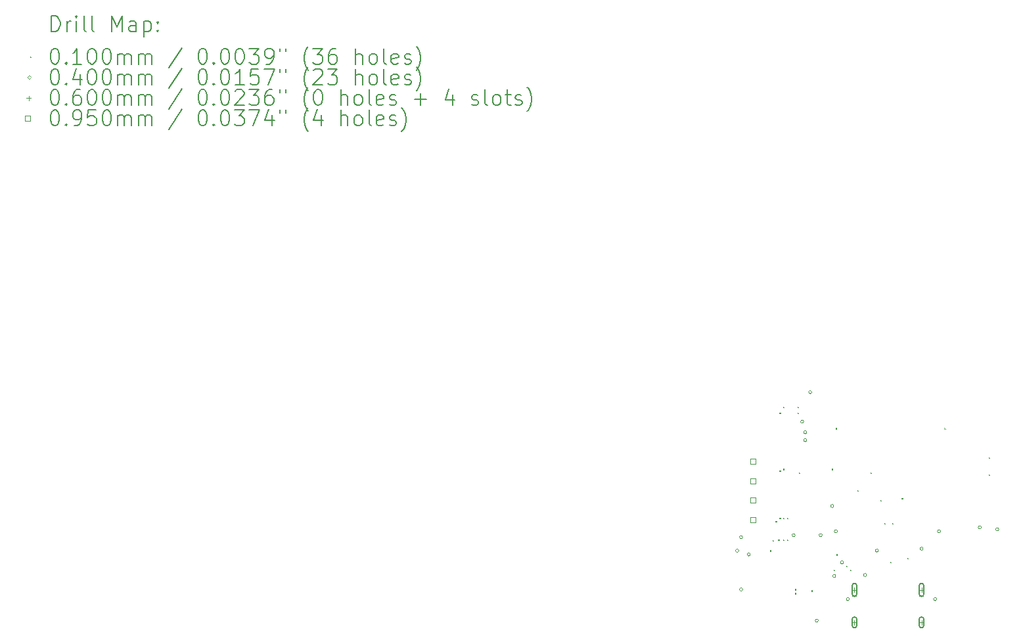
<source format=gbr>
%TF.GenerationSoftware,KiCad,Pcbnew,7.0.6*%
%TF.CreationDate,2025-03-25T12:27:54+01:00*%
%TF.ProjectId,Stepper ESP,53746570-7065-4722-9045-53502e6b6963,rev?*%
%TF.SameCoordinates,Original*%
%TF.FileFunction,Drillmap*%
%TF.FilePolarity,Positive*%
%FSLAX45Y45*%
G04 Gerber Fmt 4.5, Leading zero omitted, Abs format (unit mm)*
G04 Created by KiCad (PCBNEW 7.0.6) date 2025-03-25 12:27:54*
%MOMM*%
%LPD*%
G01*
G04 APERTURE LIST*
%ADD10C,0.200000*%
%ADD11C,0.010000*%
%ADD12C,0.040000*%
%ADD13C,0.060000*%
%ADD14C,0.095000*%
G04 APERTURE END LIST*
D10*
D11*
X9520000Y-6995000D02*
X9530000Y-7005000D01*
X9530000Y-6995000D02*
X9520000Y-7005000D01*
X9553552Y-6861448D02*
X9563552Y-6871448D01*
X9563552Y-6861448D02*
X9553552Y-6871448D01*
X9595000Y-6620000D02*
X9605000Y-6630000D01*
X9605000Y-6620000D02*
X9595000Y-6630000D01*
X9627937Y-6854909D02*
X9637937Y-6864909D01*
X9637937Y-6854909D02*
X9627937Y-6864909D01*
X9645000Y-5220000D02*
X9655000Y-5230000D01*
X9655000Y-5220000D02*
X9645000Y-5230000D01*
X9645000Y-5970000D02*
X9655000Y-5980000D01*
X9655000Y-5970000D02*
X9645000Y-5980000D01*
X9645000Y-6574950D02*
X9655000Y-6584950D01*
X9655000Y-6574950D02*
X9645000Y-6584950D01*
X9695000Y-5145000D02*
X9705000Y-5155000D01*
X9705000Y-5145000D02*
X9695000Y-5155000D01*
X9695000Y-5945000D02*
X9705000Y-5955000D01*
X9705000Y-5945000D02*
X9695000Y-5955000D01*
X9695000Y-6574950D02*
X9705000Y-6584950D01*
X9705000Y-6574950D02*
X9695000Y-6584950D01*
X9695000Y-6854950D02*
X9705000Y-6864950D01*
X9705000Y-6854950D02*
X9695000Y-6864950D01*
X9745000Y-6574950D02*
X9755000Y-6584950D01*
X9755000Y-6574950D02*
X9745000Y-6584950D01*
X9745000Y-6854950D02*
X9755000Y-6864950D01*
X9755000Y-6854950D02*
X9745000Y-6864950D01*
X9845000Y-7495000D02*
X9855000Y-7505000D01*
X9855000Y-7495000D02*
X9845000Y-7505000D01*
X9845000Y-7545000D02*
X9855000Y-7555000D01*
X9855000Y-7545000D02*
X9845000Y-7555000D01*
X9879901Y-5145000D02*
X9889901Y-5155000D01*
X9889901Y-5145000D02*
X9879901Y-5155000D01*
X9879950Y-5220000D02*
X9889950Y-5230000D01*
X9889950Y-5220000D02*
X9879950Y-5230000D01*
X9895000Y-5995000D02*
X9905000Y-6005000D01*
X9905000Y-5995000D02*
X9895000Y-6005000D01*
X10053552Y-7511448D02*
X10063552Y-7521448D01*
X10063552Y-7511448D02*
X10053552Y-7521448D01*
X10320000Y-5945000D02*
X10330000Y-5955000D01*
X10330000Y-5945000D02*
X10320000Y-5955000D01*
X10345000Y-7245000D02*
X10355000Y-7255000D01*
X10355000Y-7245000D02*
X10345000Y-7255000D01*
X10370000Y-5420000D02*
X10380000Y-5430000D01*
X10380000Y-5420000D02*
X10370000Y-5430000D01*
X10380403Y-7045808D02*
X10390403Y-7055808D01*
X10390403Y-7045808D02*
X10380403Y-7055808D01*
X10504950Y-7195000D02*
X10514950Y-7205000D01*
X10514950Y-7195000D02*
X10504950Y-7205000D01*
X10552400Y-7245000D02*
X10562400Y-7255000D01*
X10562400Y-7245000D02*
X10552400Y-7255000D01*
X10645000Y-6220000D02*
X10655000Y-6230000D01*
X10655000Y-6220000D02*
X10645000Y-6230000D01*
X10820000Y-5992450D02*
X10830000Y-6002450D01*
X10830000Y-5992450D02*
X10820000Y-6002450D01*
X10945000Y-6345000D02*
X10955000Y-6355000D01*
X10955000Y-6345000D02*
X10945000Y-6355000D01*
X10995000Y-6645000D02*
X11005000Y-6655000D01*
X11005000Y-6645000D02*
X10995000Y-6655000D01*
X11070000Y-7145000D02*
X11080000Y-7155000D01*
X11080000Y-7145000D02*
X11070000Y-7155000D01*
X11095000Y-6645000D02*
X11105000Y-6655000D01*
X11105000Y-6645000D02*
X11095000Y-6655000D01*
X11220000Y-6320000D02*
X11230000Y-6330000D01*
X11230000Y-6320000D02*
X11220000Y-6330000D01*
X11295000Y-7095000D02*
X11305000Y-7105000D01*
X11305000Y-7095000D02*
X11295000Y-7105000D01*
X11770000Y-5420000D02*
X11780000Y-5430000D01*
X11780000Y-5420000D02*
X11770000Y-5430000D01*
X12345000Y-5795000D02*
X12355000Y-5805000D01*
X12355000Y-5795000D02*
X12345000Y-5805000D01*
X12345000Y-6020000D02*
X12355000Y-6030000D01*
X12355000Y-6020000D02*
X12345000Y-6030000D01*
D12*
X9120000Y-7000000D02*
G75*
G03*
X9120000Y-7000000I-20000J0D01*
G01*
X9170000Y-6825000D02*
G75*
G03*
X9170000Y-6825000I-20000J0D01*
G01*
X9170000Y-7500000D02*
G75*
G03*
X9170000Y-7500000I-20000J0D01*
G01*
X9270000Y-7050000D02*
G75*
G03*
X9270000Y-7050000I-20000J0D01*
G01*
X9847550Y-6800000D02*
G75*
G03*
X9847550Y-6800000I-20000J0D01*
G01*
X9957500Y-5337500D02*
G75*
G03*
X9957500Y-5337500I-20000J0D01*
G01*
X9995000Y-5475000D02*
G75*
G03*
X9995000Y-5475000I-20000J0D01*
G01*
X9996230Y-5576230D02*
G75*
G03*
X9996230Y-5576230I-20000J0D01*
G01*
X10061179Y-4958927D02*
G75*
G03*
X10061179Y-4958927I-20000J0D01*
G01*
X10145000Y-7900000D02*
G75*
G03*
X10145000Y-7900000I-20000J0D01*
G01*
X10195000Y-6800000D02*
G75*
G03*
X10195000Y-6800000I-20000J0D01*
G01*
X10345000Y-6425000D02*
G75*
G03*
X10345000Y-6425000I-20000J0D01*
G01*
X10370000Y-7324950D02*
G75*
G03*
X10370000Y-7324950I-20000J0D01*
G01*
X10391450Y-6750000D02*
G75*
G03*
X10391450Y-6750000I-20000J0D01*
G01*
X10470000Y-7150000D02*
G75*
G03*
X10470000Y-7150000I-20000J0D01*
G01*
X10545000Y-7625000D02*
G75*
G03*
X10545000Y-7625000I-20000J0D01*
G01*
X10767787Y-7313950D02*
G75*
G03*
X10767787Y-7313950I-20000J0D01*
G01*
X10920000Y-7000000D02*
G75*
G03*
X10920000Y-7000000I-20000J0D01*
G01*
X11495000Y-6975000D02*
G75*
G03*
X11495000Y-6975000I-20000J0D01*
G01*
X11670000Y-7625000D02*
G75*
G03*
X11670000Y-7625000I-20000J0D01*
G01*
X11720000Y-6750000D02*
G75*
G03*
X11720000Y-6750000I-20000J0D01*
G01*
X12245000Y-6700000D02*
G75*
G03*
X12245000Y-6700000I-20000J0D01*
G01*
X12470000Y-6725000D02*
G75*
G03*
X12470000Y-6725000I-20000J0D01*
G01*
D13*
X10611000Y-7475000D02*
X10611000Y-7535000D01*
X10581000Y-7505000D02*
X10641000Y-7505000D01*
D10*
X10581000Y-7450000D02*
X10581000Y-7560000D01*
X10581000Y-7560000D02*
G75*
G03*
X10641000Y-7560000I30000J0D01*
G01*
X10641000Y-7560000D02*
X10641000Y-7450000D01*
X10641000Y-7450000D02*
G75*
G03*
X10581000Y-7450000I-30000J0D01*
G01*
D13*
X10611000Y-7895000D02*
X10611000Y-7955000D01*
X10581000Y-7925000D02*
X10641000Y-7925000D01*
D10*
X10581000Y-7885000D02*
X10581000Y-7965000D01*
X10581000Y-7965000D02*
G75*
G03*
X10641000Y-7965000I30000J0D01*
G01*
X10641000Y-7965000D02*
X10641000Y-7885000D01*
X10641000Y-7885000D02*
G75*
G03*
X10581000Y-7885000I-30000J0D01*
G01*
D13*
X11475000Y-7475000D02*
X11475000Y-7535000D01*
X11445000Y-7505000D02*
X11505000Y-7505000D01*
D10*
X11445000Y-7450000D02*
X11445000Y-7560000D01*
X11445000Y-7560000D02*
G75*
G03*
X11505000Y-7560000I30000J0D01*
G01*
X11505000Y-7560000D02*
X11505000Y-7450000D01*
X11505000Y-7450000D02*
G75*
G03*
X11445000Y-7450000I-30000J0D01*
G01*
D13*
X11475000Y-7895000D02*
X11475000Y-7955000D01*
X11445000Y-7925000D02*
X11505000Y-7925000D01*
D10*
X11445000Y-7885000D02*
X11445000Y-7965000D01*
X11445000Y-7965000D02*
G75*
G03*
X11505000Y-7965000I30000J0D01*
G01*
X11505000Y-7965000D02*
X11505000Y-7885000D01*
X11505000Y-7885000D02*
G75*
G03*
X11445000Y-7885000I-30000J0D01*
G01*
D14*
X9333588Y-5883588D02*
X9333588Y-5816412D01*
X9266412Y-5816412D01*
X9266412Y-5883588D01*
X9333588Y-5883588D01*
X9333588Y-6133588D02*
X9333588Y-6066412D01*
X9266412Y-6066412D01*
X9266412Y-6133588D01*
X9333588Y-6133588D01*
X9333588Y-6383588D02*
X9333588Y-6316412D01*
X9266412Y-6316412D01*
X9266412Y-6383588D01*
X9333588Y-6383588D01*
X9333588Y-6633588D02*
X9333588Y-6566412D01*
X9266412Y-6566412D01*
X9266412Y-6633588D01*
X9333588Y-6633588D01*
D10*
X260777Y-311484D02*
X260777Y-111484D01*
X260777Y-111484D02*
X308396Y-111484D01*
X308396Y-111484D02*
X336967Y-121008D01*
X336967Y-121008D02*
X356015Y-140055D01*
X356015Y-140055D02*
X365539Y-159103D01*
X365539Y-159103D02*
X375062Y-197198D01*
X375062Y-197198D02*
X375062Y-225769D01*
X375062Y-225769D02*
X365539Y-263865D01*
X365539Y-263865D02*
X356015Y-282912D01*
X356015Y-282912D02*
X336967Y-301960D01*
X336967Y-301960D02*
X308396Y-311484D01*
X308396Y-311484D02*
X260777Y-311484D01*
X460777Y-311484D02*
X460777Y-178150D01*
X460777Y-216246D02*
X470301Y-197198D01*
X470301Y-197198D02*
X479824Y-187674D01*
X479824Y-187674D02*
X498872Y-178150D01*
X498872Y-178150D02*
X517920Y-178150D01*
X584586Y-311484D02*
X584586Y-178150D01*
X584586Y-111484D02*
X575063Y-121008D01*
X575063Y-121008D02*
X584586Y-130531D01*
X584586Y-130531D02*
X594110Y-121008D01*
X594110Y-121008D02*
X584586Y-111484D01*
X584586Y-111484D02*
X584586Y-130531D01*
X708396Y-311484D02*
X689348Y-301960D01*
X689348Y-301960D02*
X679824Y-282912D01*
X679824Y-282912D02*
X679824Y-111484D01*
X813158Y-311484D02*
X794110Y-301960D01*
X794110Y-301960D02*
X784586Y-282912D01*
X784586Y-282912D02*
X784586Y-111484D01*
X1041729Y-311484D02*
X1041729Y-111484D01*
X1041729Y-111484D02*
X1108396Y-254341D01*
X1108396Y-254341D02*
X1175063Y-111484D01*
X1175063Y-111484D02*
X1175063Y-311484D01*
X1356015Y-311484D02*
X1356015Y-206722D01*
X1356015Y-206722D02*
X1346491Y-187674D01*
X1346491Y-187674D02*
X1327444Y-178150D01*
X1327444Y-178150D02*
X1289348Y-178150D01*
X1289348Y-178150D02*
X1270301Y-187674D01*
X1356015Y-301960D02*
X1336967Y-311484D01*
X1336967Y-311484D02*
X1289348Y-311484D01*
X1289348Y-311484D02*
X1270301Y-301960D01*
X1270301Y-301960D02*
X1260777Y-282912D01*
X1260777Y-282912D02*
X1260777Y-263865D01*
X1260777Y-263865D02*
X1270301Y-244817D01*
X1270301Y-244817D02*
X1289348Y-235293D01*
X1289348Y-235293D02*
X1336967Y-235293D01*
X1336967Y-235293D02*
X1356015Y-225769D01*
X1451253Y-178150D02*
X1451253Y-378150D01*
X1451253Y-187674D02*
X1470301Y-178150D01*
X1470301Y-178150D02*
X1508396Y-178150D01*
X1508396Y-178150D02*
X1527443Y-187674D01*
X1527443Y-187674D02*
X1536967Y-197198D01*
X1536967Y-197198D02*
X1546491Y-216246D01*
X1546491Y-216246D02*
X1546491Y-273389D01*
X1546491Y-273389D02*
X1536967Y-292436D01*
X1536967Y-292436D02*
X1527443Y-301960D01*
X1527443Y-301960D02*
X1508396Y-311484D01*
X1508396Y-311484D02*
X1470301Y-311484D01*
X1470301Y-311484D02*
X1451253Y-301960D01*
X1632205Y-292436D02*
X1641729Y-301960D01*
X1641729Y-301960D02*
X1632205Y-311484D01*
X1632205Y-311484D02*
X1622682Y-301960D01*
X1622682Y-301960D02*
X1632205Y-292436D01*
X1632205Y-292436D02*
X1632205Y-311484D01*
X1632205Y-187674D02*
X1641729Y-197198D01*
X1641729Y-197198D02*
X1632205Y-206722D01*
X1632205Y-206722D02*
X1622682Y-197198D01*
X1622682Y-197198D02*
X1632205Y-187674D01*
X1632205Y-187674D02*
X1632205Y-206722D01*
D11*
X-10000Y-635000D02*
X0Y-645000D01*
X0Y-635000D02*
X-10000Y-645000D01*
D10*
X298872Y-531484D02*
X317920Y-531484D01*
X317920Y-531484D02*
X336967Y-541008D01*
X336967Y-541008D02*
X346491Y-550531D01*
X346491Y-550531D02*
X356015Y-569579D01*
X356015Y-569579D02*
X365539Y-607674D01*
X365539Y-607674D02*
X365539Y-655293D01*
X365539Y-655293D02*
X356015Y-693389D01*
X356015Y-693389D02*
X346491Y-712436D01*
X346491Y-712436D02*
X336967Y-721960D01*
X336967Y-721960D02*
X317920Y-731484D01*
X317920Y-731484D02*
X298872Y-731484D01*
X298872Y-731484D02*
X279824Y-721960D01*
X279824Y-721960D02*
X270301Y-712436D01*
X270301Y-712436D02*
X260777Y-693389D01*
X260777Y-693389D02*
X251253Y-655293D01*
X251253Y-655293D02*
X251253Y-607674D01*
X251253Y-607674D02*
X260777Y-569579D01*
X260777Y-569579D02*
X270301Y-550531D01*
X270301Y-550531D02*
X279824Y-541008D01*
X279824Y-541008D02*
X298872Y-531484D01*
X451253Y-712436D02*
X460777Y-721960D01*
X460777Y-721960D02*
X451253Y-731484D01*
X451253Y-731484D02*
X441729Y-721960D01*
X441729Y-721960D02*
X451253Y-712436D01*
X451253Y-712436D02*
X451253Y-731484D01*
X651253Y-731484D02*
X536967Y-731484D01*
X594110Y-731484D02*
X594110Y-531484D01*
X594110Y-531484D02*
X575063Y-560055D01*
X575063Y-560055D02*
X556015Y-579103D01*
X556015Y-579103D02*
X536967Y-588627D01*
X775062Y-531484D02*
X794110Y-531484D01*
X794110Y-531484D02*
X813158Y-541008D01*
X813158Y-541008D02*
X822682Y-550531D01*
X822682Y-550531D02*
X832205Y-569579D01*
X832205Y-569579D02*
X841729Y-607674D01*
X841729Y-607674D02*
X841729Y-655293D01*
X841729Y-655293D02*
X832205Y-693389D01*
X832205Y-693389D02*
X822682Y-712436D01*
X822682Y-712436D02*
X813158Y-721960D01*
X813158Y-721960D02*
X794110Y-731484D01*
X794110Y-731484D02*
X775062Y-731484D01*
X775062Y-731484D02*
X756015Y-721960D01*
X756015Y-721960D02*
X746491Y-712436D01*
X746491Y-712436D02*
X736967Y-693389D01*
X736967Y-693389D02*
X727443Y-655293D01*
X727443Y-655293D02*
X727443Y-607674D01*
X727443Y-607674D02*
X736967Y-569579D01*
X736967Y-569579D02*
X746491Y-550531D01*
X746491Y-550531D02*
X756015Y-541008D01*
X756015Y-541008D02*
X775062Y-531484D01*
X965539Y-531484D02*
X984586Y-531484D01*
X984586Y-531484D02*
X1003634Y-541008D01*
X1003634Y-541008D02*
X1013158Y-550531D01*
X1013158Y-550531D02*
X1022682Y-569579D01*
X1022682Y-569579D02*
X1032205Y-607674D01*
X1032205Y-607674D02*
X1032205Y-655293D01*
X1032205Y-655293D02*
X1022682Y-693389D01*
X1022682Y-693389D02*
X1013158Y-712436D01*
X1013158Y-712436D02*
X1003634Y-721960D01*
X1003634Y-721960D02*
X984586Y-731484D01*
X984586Y-731484D02*
X965539Y-731484D01*
X965539Y-731484D02*
X946491Y-721960D01*
X946491Y-721960D02*
X936967Y-712436D01*
X936967Y-712436D02*
X927443Y-693389D01*
X927443Y-693389D02*
X917920Y-655293D01*
X917920Y-655293D02*
X917920Y-607674D01*
X917920Y-607674D02*
X927443Y-569579D01*
X927443Y-569579D02*
X936967Y-550531D01*
X936967Y-550531D02*
X946491Y-541008D01*
X946491Y-541008D02*
X965539Y-531484D01*
X1117920Y-731484D02*
X1117920Y-598150D01*
X1117920Y-617198D02*
X1127444Y-607674D01*
X1127444Y-607674D02*
X1146491Y-598150D01*
X1146491Y-598150D02*
X1175063Y-598150D01*
X1175063Y-598150D02*
X1194110Y-607674D01*
X1194110Y-607674D02*
X1203634Y-626722D01*
X1203634Y-626722D02*
X1203634Y-731484D01*
X1203634Y-626722D02*
X1213158Y-607674D01*
X1213158Y-607674D02*
X1232205Y-598150D01*
X1232205Y-598150D02*
X1260777Y-598150D01*
X1260777Y-598150D02*
X1279825Y-607674D01*
X1279825Y-607674D02*
X1289348Y-626722D01*
X1289348Y-626722D02*
X1289348Y-731484D01*
X1384586Y-731484D02*
X1384586Y-598150D01*
X1384586Y-617198D02*
X1394110Y-607674D01*
X1394110Y-607674D02*
X1413158Y-598150D01*
X1413158Y-598150D02*
X1441729Y-598150D01*
X1441729Y-598150D02*
X1460777Y-607674D01*
X1460777Y-607674D02*
X1470301Y-626722D01*
X1470301Y-626722D02*
X1470301Y-731484D01*
X1470301Y-626722D02*
X1479824Y-607674D01*
X1479824Y-607674D02*
X1498872Y-598150D01*
X1498872Y-598150D02*
X1527443Y-598150D01*
X1527443Y-598150D02*
X1546491Y-607674D01*
X1546491Y-607674D02*
X1556015Y-626722D01*
X1556015Y-626722D02*
X1556015Y-731484D01*
X1946491Y-521960D02*
X1775063Y-779103D01*
X2203634Y-531484D02*
X2222682Y-531484D01*
X2222682Y-531484D02*
X2241729Y-541008D01*
X2241729Y-541008D02*
X2251253Y-550531D01*
X2251253Y-550531D02*
X2260777Y-569579D01*
X2260777Y-569579D02*
X2270301Y-607674D01*
X2270301Y-607674D02*
X2270301Y-655293D01*
X2270301Y-655293D02*
X2260777Y-693389D01*
X2260777Y-693389D02*
X2251253Y-712436D01*
X2251253Y-712436D02*
X2241729Y-721960D01*
X2241729Y-721960D02*
X2222682Y-731484D01*
X2222682Y-731484D02*
X2203634Y-731484D01*
X2203634Y-731484D02*
X2184587Y-721960D01*
X2184587Y-721960D02*
X2175063Y-712436D01*
X2175063Y-712436D02*
X2165539Y-693389D01*
X2165539Y-693389D02*
X2156015Y-655293D01*
X2156015Y-655293D02*
X2156015Y-607674D01*
X2156015Y-607674D02*
X2165539Y-569579D01*
X2165539Y-569579D02*
X2175063Y-550531D01*
X2175063Y-550531D02*
X2184587Y-541008D01*
X2184587Y-541008D02*
X2203634Y-531484D01*
X2356015Y-712436D02*
X2365539Y-721960D01*
X2365539Y-721960D02*
X2356015Y-731484D01*
X2356015Y-731484D02*
X2346491Y-721960D01*
X2346491Y-721960D02*
X2356015Y-712436D01*
X2356015Y-712436D02*
X2356015Y-731484D01*
X2489348Y-531484D02*
X2508396Y-531484D01*
X2508396Y-531484D02*
X2527444Y-541008D01*
X2527444Y-541008D02*
X2536968Y-550531D01*
X2536968Y-550531D02*
X2546491Y-569579D01*
X2546491Y-569579D02*
X2556015Y-607674D01*
X2556015Y-607674D02*
X2556015Y-655293D01*
X2556015Y-655293D02*
X2546491Y-693389D01*
X2546491Y-693389D02*
X2536968Y-712436D01*
X2536968Y-712436D02*
X2527444Y-721960D01*
X2527444Y-721960D02*
X2508396Y-731484D01*
X2508396Y-731484D02*
X2489348Y-731484D01*
X2489348Y-731484D02*
X2470301Y-721960D01*
X2470301Y-721960D02*
X2460777Y-712436D01*
X2460777Y-712436D02*
X2451253Y-693389D01*
X2451253Y-693389D02*
X2441729Y-655293D01*
X2441729Y-655293D02*
X2441729Y-607674D01*
X2441729Y-607674D02*
X2451253Y-569579D01*
X2451253Y-569579D02*
X2460777Y-550531D01*
X2460777Y-550531D02*
X2470301Y-541008D01*
X2470301Y-541008D02*
X2489348Y-531484D01*
X2679825Y-531484D02*
X2698872Y-531484D01*
X2698872Y-531484D02*
X2717920Y-541008D01*
X2717920Y-541008D02*
X2727444Y-550531D01*
X2727444Y-550531D02*
X2736968Y-569579D01*
X2736968Y-569579D02*
X2746491Y-607674D01*
X2746491Y-607674D02*
X2746491Y-655293D01*
X2746491Y-655293D02*
X2736968Y-693389D01*
X2736968Y-693389D02*
X2727444Y-712436D01*
X2727444Y-712436D02*
X2717920Y-721960D01*
X2717920Y-721960D02*
X2698872Y-731484D01*
X2698872Y-731484D02*
X2679825Y-731484D01*
X2679825Y-731484D02*
X2660777Y-721960D01*
X2660777Y-721960D02*
X2651253Y-712436D01*
X2651253Y-712436D02*
X2641729Y-693389D01*
X2641729Y-693389D02*
X2632206Y-655293D01*
X2632206Y-655293D02*
X2632206Y-607674D01*
X2632206Y-607674D02*
X2641729Y-569579D01*
X2641729Y-569579D02*
X2651253Y-550531D01*
X2651253Y-550531D02*
X2660777Y-541008D01*
X2660777Y-541008D02*
X2679825Y-531484D01*
X2813158Y-531484D02*
X2936967Y-531484D01*
X2936967Y-531484D02*
X2870301Y-607674D01*
X2870301Y-607674D02*
X2898872Y-607674D01*
X2898872Y-607674D02*
X2917920Y-617198D01*
X2917920Y-617198D02*
X2927444Y-626722D01*
X2927444Y-626722D02*
X2936967Y-645770D01*
X2936967Y-645770D02*
X2936967Y-693389D01*
X2936967Y-693389D02*
X2927444Y-712436D01*
X2927444Y-712436D02*
X2917920Y-721960D01*
X2917920Y-721960D02*
X2898872Y-731484D01*
X2898872Y-731484D02*
X2841729Y-731484D01*
X2841729Y-731484D02*
X2822682Y-721960D01*
X2822682Y-721960D02*
X2813158Y-712436D01*
X3032206Y-731484D02*
X3070301Y-731484D01*
X3070301Y-731484D02*
X3089348Y-721960D01*
X3089348Y-721960D02*
X3098872Y-712436D01*
X3098872Y-712436D02*
X3117920Y-683865D01*
X3117920Y-683865D02*
X3127444Y-645770D01*
X3127444Y-645770D02*
X3127444Y-569579D01*
X3127444Y-569579D02*
X3117920Y-550531D01*
X3117920Y-550531D02*
X3108396Y-541008D01*
X3108396Y-541008D02*
X3089348Y-531484D01*
X3089348Y-531484D02*
X3051253Y-531484D01*
X3051253Y-531484D02*
X3032206Y-541008D01*
X3032206Y-541008D02*
X3022682Y-550531D01*
X3022682Y-550531D02*
X3013158Y-569579D01*
X3013158Y-569579D02*
X3013158Y-617198D01*
X3013158Y-617198D02*
X3022682Y-636246D01*
X3022682Y-636246D02*
X3032206Y-645770D01*
X3032206Y-645770D02*
X3051253Y-655293D01*
X3051253Y-655293D02*
X3089348Y-655293D01*
X3089348Y-655293D02*
X3108396Y-645770D01*
X3108396Y-645770D02*
X3117920Y-636246D01*
X3117920Y-636246D02*
X3127444Y-617198D01*
X3203634Y-531484D02*
X3203634Y-569579D01*
X3279825Y-531484D02*
X3279825Y-569579D01*
X3575063Y-807674D02*
X3565539Y-798150D01*
X3565539Y-798150D02*
X3546491Y-769579D01*
X3546491Y-769579D02*
X3536968Y-750531D01*
X3536968Y-750531D02*
X3527444Y-721960D01*
X3527444Y-721960D02*
X3517920Y-674341D01*
X3517920Y-674341D02*
X3517920Y-636246D01*
X3517920Y-636246D02*
X3527444Y-588627D01*
X3527444Y-588627D02*
X3536968Y-560055D01*
X3536968Y-560055D02*
X3546491Y-541008D01*
X3546491Y-541008D02*
X3565539Y-512436D01*
X3565539Y-512436D02*
X3575063Y-502912D01*
X3632206Y-531484D02*
X3756015Y-531484D01*
X3756015Y-531484D02*
X3689348Y-607674D01*
X3689348Y-607674D02*
X3717920Y-607674D01*
X3717920Y-607674D02*
X3736968Y-617198D01*
X3736968Y-617198D02*
X3746491Y-626722D01*
X3746491Y-626722D02*
X3756015Y-645770D01*
X3756015Y-645770D02*
X3756015Y-693389D01*
X3756015Y-693389D02*
X3746491Y-712436D01*
X3746491Y-712436D02*
X3736968Y-721960D01*
X3736968Y-721960D02*
X3717920Y-731484D01*
X3717920Y-731484D02*
X3660777Y-731484D01*
X3660777Y-731484D02*
X3641729Y-721960D01*
X3641729Y-721960D02*
X3632206Y-712436D01*
X3927444Y-531484D02*
X3889348Y-531484D01*
X3889348Y-531484D02*
X3870301Y-541008D01*
X3870301Y-541008D02*
X3860777Y-550531D01*
X3860777Y-550531D02*
X3841729Y-579103D01*
X3841729Y-579103D02*
X3832206Y-617198D01*
X3832206Y-617198D02*
X3832206Y-693389D01*
X3832206Y-693389D02*
X3841729Y-712436D01*
X3841729Y-712436D02*
X3851253Y-721960D01*
X3851253Y-721960D02*
X3870301Y-731484D01*
X3870301Y-731484D02*
X3908396Y-731484D01*
X3908396Y-731484D02*
X3927444Y-721960D01*
X3927444Y-721960D02*
X3936968Y-712436D01*
X3936968Y-712436D02*
X3946491Y-693389D01*
X3946491Y-693389D02*
X3946491Y-645770D01*
X3946491Y-645770D02*
X3936968Y-626722D01*
X3936968Y-626722D02*
X3927444Y-617198D01*
X3927444Y-617198D02*
X3908396Y-607674D01*
X3908396Y-607674D02*
X3870301Y-607674D01*
X3870301Y-607674D02*
X3851253Y-617198D01*
X3851253Y-617198D02*
X3841729Y-626722D01*
X3841729Y-626722D02*
X3832206Y-645770D01*
X4184587Y-731484D02*
X4184587Y-531484D01*
X4270301Y-731484D02*
X4270301Y-626722D01*
X4270301Y-626722D02*
X4260777Y-607674D01*
X4260777Y-607674D02*
X4241730Y-598150D01*
X4241730Y-598150D02*
X4213158Y-598150D01*
X4213158Y-598150D02*
X4194110Y-607674D01*
X4194110Y-607674D02*
X4184587Y-617198D01*
X4394111Y-731484D02*
X4375063Y-721960D01*
X4375063Y-721960D02*
X4365539Y-712436D01*
X4365539Y-712436D02*
X4356015Y-693389D01*
X4356015Y-693389D02*
X4356015Y-636246D01*
X4356015Y-636246D02*
X4365539Y-617198D01*
X4365539Y-617198D02*
X4375063Y-607674D01*
X4375063Y-607674D02*
X4394111Y-598150D01*
X4394111Y-598150D02*
X4422682Y-598150D01*
X4422682Y-598150D02*
X4441730Y-607674D01*
X4441730Y-607674D02*
X4451253Y-617198D01*
X4451253Y-617198D02*
X4460777Y-636246D01*
X4460777Y-636246D02*
X4460777Y-693389D01*
X4460777Y-693389D02*
X4451253Y-712436D01*
X4451253Y-712436D02*
X4441730Y-721960D01*
X4441730Y-721960D02*
X4422682Y-731484D01*
X4422682Y-731484D02*
X4394111Y-731484D01*
X4575063Y-731484D02*
X4556015Y-721960D01*
X4556015Y-721960D02*
X4546492Y-702912D01*
X4546492Y-702912D02*
X4546492Y-531484D01*
X4727444Y-721960D02*
X4708396Y-731484D01*
X4708396Y-731484D02*
X4670301Y-731484D01*
X4670301Y-731484D02*
X4651253Y-721960D01*
X4651253Y-721960D02*
X4641730Y-702912D01*
X4641730Y-702912D02*
X4641730Y-626722D01*
X4641730Y-626722D02*
X4651253Y-607674D01*
X4651253Y-607674D02*
X4670301Y-598150D01*
X4670301Y-598150D02*
X4708396Y-598150D01*
X4708396Y-598150D02*
X4727444Y-607674D01*
X4727444Y-607674D02*
X4736968Y-626722D01*
X4736968Y-626722D02*
X4736968Y-645770D01*
X4736968Y-645770D02*
X4641730Y-664817D01*
X4813158Y-721960D02*
X4832206Y-731484D01*
X4832206Y-731484D02*
X4870301Y-731484D01*
X4870301Y-731484D02*
X4889349Y-721960D01*
X4889349Y-721960D02*
X4898873Y-702912D01*
X4898873Y-702912D02*
X4898873Y-693389D01*
X4898873Y-693389D02*
X4889349Y-674341D01*
X4889349Y-674341D02*
X4870301Y-664817D01*
X4870301Y-664817D02*
X4841730Y-664817D01*
X4841730Y-664817D02*
X4822682Y-655293D01*
X4822682Y-655293D02*
X4813158Y-636246D01*
X4813158Y-636246D02*
X4813158Y-626722D01*
X4813158Y-626722D02*
X4822682Y-607674D01*
X4822682Y-607674D02*
X4841730Y-598150D01*
X4841730Y-598150D02*
X4870301Y-598150D01*
X4870301Y-598150D02*
X4889349Y-607674D01*
X4965539Y-807674D02*
X4975063Y-798150D01*
X4975063Y-798150D02*
X4994111Y-769579D01*
X4994111Y-769579D02*
X5003634Y-750531D01*
X5003634Y-750531D02*
X5013158Y-721960D01*
X5013158Y-721960D02*
X5022682Y-674341D01*
X5022682Y-674341D02*
X5022682Y-636246D01*
X5022682Y-636246D02*
X5013158Y-588627D01*
X5013158Y-588627D02*
X5003634Y-560055D01*
X5003634Y-560055D02*
X4994111Y-541008D01*
X4994111Y-541008D02*
X4975063Y-512436D01*
X4975063Y-512436D02*
X4965539Y-502912D01*
D12*
X0Y-904000D02*
G75*
G03*
X0Y-904000I-20000J0D01*
G01*
D10*
X298872Y-795484D02*
X317920Y-795484D01*
X317920Y-795484D02*
X336967Y-805008D01*
X336967Y-805008D02*
X346491Y-814531D01*
X346491Y-814531D02*
X356015Y-833579D01*
X356015Y-833579D02*
X365539Y-871674D01*
X365539Y-871674D02*
X365539Y-919293D01*
X365539Y-919293D02*
X356015Y-957388D01*
X356015Y-957388D02*
X346491Y-976436D01*
X346491Y-976436D02*
X336967Y-985960D01*
X336967Y-985960D02*
X317920Y-995484D01*
X317920Y-995484D02*
X298872Y-995484D01*
X298872Y-995484D02*
X279824Y-985960D01*
X279824Y-985960D02*
X270301Y-976436D01*
X270301Y-976436D02*
X260777Y-957388D01*
X260777Y-957388D02*
X251253Y-919293D01*
X251253Y-919293D02*
X251253Y-871674D01*
X251253Y-871674D02*
X260777Y-833579D01*
X260777Y-833579D02*
X270301Y-814531D01*
X270301Y-814531D02*
X279824Y-805008D01*
X279824Y-805008D02*
X298872Y-795484D01*
X451253Y-976436D02*
X460777Y-985960D01*
X460777Y-985960D02*
X451253Y-995484D01*
X451253Y-995484D02*
X441729Y-985960D01*
X441729Y-985960D02*
X451253Y-976436D01*
X451253Y-976436D02*
X451253Y-995484D01*
X632205Y-862150D02*
X632205Y-995484D01*
X584586Y-785960D02*
X536967Y-928817D01*
X536967Y-928817D02*
X660777Y-928817D01*
X775062Y-795484D02*
X794110Y-795484D01*
X794110Y-795484D02*
X813158Y-805008D01*
X813158Y-805008D02*
X822682Y-814531D01*
X822682Y-814531D02*
X832205Y-833579D01*
X832205Y-833579D02*
X841729Y-871674D01*
X841729Y-871674D02*
X841729Y-919293D01*
X841729Y-919293D02*
X832205Y-957388D01*
X832205Y-957388D02*
X822682Y-976436D01*
X822682Y-976436D02*
X813158Y-985960D01*
X813158Y-985960D02*
X794110Y-995484D01*
X794110Y-995484D02*
X775062Y-995484D01*
X775062Y-995484D02*
X756015Y-985960D01*
X756015Y-985960D02*
X746491Y-976436D01*
X746491Y-976436D02*
X736967Y-957388D01*
X736967Y-957388D02*
X727443Y-919293D01*
X727443Y-919293D02*
X727443Y-871674D01*
X727443Y-871674D02*
X736967Y-833579D01*
X736967Y-833579D02*
X746491Y-814531D01*
X746491Y-814531D02*
X756015Y-805008D01*
X756015Y-805008D02*
X775062Y-795484D01*
X965539Y-795484D02*
X984586Y-795484D01*
X984586Y-795484D02*
X1003634Y-805008D01*
X1003634Y-805008D02*
X1013158Y-814531D01*
X1013158Y-814531D02*
X1022682Y-833579D01*
X1022682Y-833579D02*
X1032205Y-871674D01*
X1032205Y-871674D02*
X1032205Y-919293D01*
X1032205Y-919293D02*
X1022682Y-957388D01*
X1022682Y-957388D02*
X1013158Y-976436D01*
X1013158Y-976436D02*
X1003634Y-985960D01*
X1003634Y-985960D02*
X984586Y-995484D01*
X984586Y-995484D02*
X965539Y-995484D01*
X965539Y-995484D02*
X946491Y-985960D01*
X946491Y-985960D02*
X936967Y-976436D01*
X936967Y-976436D02*
X927443Y-957388D01*
X927443Y-957388D02*
X917920Y-919293D01*
X917920Y-919293D02*
X917920Y-871674D01*
X917920Y-871674D02*
X927443Y-833579D01*
X927443Y-833579D02*
X936967Y-814531D01*
X936967Y-814531D02*
X946491Y-805008D01*
X946491Y-805008D02*
X965539Y-795484D01*
X1117920Y-995484D02*
X1117920Y-862150D01*
X1117920Y-881198D02*
X1127444Y-871674D01*
X1127444Y-871674D02*
X1146491Y-862150D01*
X1146491Y-862150D02*
X1175063Y-862150D01*
X1175063Y-862150D02*
X1194110Y-871674D01*
X1194110Y-871674D02*
X1203634Y-890722D01*
X1203634Y-890722D02*
X1203634Y-995484D01*
X1203634Y-890722D02*
X1213158Y-871674D01*
X1213158Y-871674D02*
X1232205Y-862150D01*
X1232205Y-862150D02*
X1260777Y-862150D01*
X1260777Y-862150D02*
X1279825Y-871674D01*
X1279825Y-871674D02*
X1289348Y-890722D01*
X1289348Y-890722D02*
X1289348Y-995484D01*
X1384586Y-995484D02*
X1384586Y-862150D01*
X1384586Y-881198D02*
X1394110Y-871674D01*
X1394110Y-871674D02*
X1413158Y-862150D01*
X1413158Y-862150D02*
X1441729Y-862150D01*
X1441729Y-862150D02*
X1460777Y-871674D01*
X1460777Y-871674D02*
X1470301Y-890722D01*
X1470301Y-890722D02*
X1470301Y-995484D01*
X1470301Y-890722D02*
X1479824Y-871674D01*
X1479824Y-871674D02*
X1498872Y-862150D01*
X1498872Y-862150D02*
X1527443Y-862150D01*
X1527443Y-862150D02*
X1546491Y-871674D01*
X1546491Y-871674D02*
X1556015Y-890722D01*
X1556015Y-890722D02*
X1556015Y-995484D01*
X1946491Y-785960D02*
X1775063Y-1043103D01*
X2203634Y-795484D02*
X2222682Y-795484D01*
X2222682Y-795484D02*
X2241729Y-805008D01*
X2241729Y-805008D02*
X2251253Y-814531D01*
X2251253Y-814531D02*
X2260777Y-833579D01*
X2260777Y-833579D02*
X2270301Y-871674D01*
X2270301Y-871674D02*
X2270301Y-919293D01*
X2270301Y-919293D02*
X2260777Y-957388D01*
X2260777Y-957388D02*
X2251253Y-976436D01*
X2251253Y-976436D02*
X2241729Y-985960D01*
X2241729Y-985960D02*
X2222682Y-995484D01*
X2222682Y-995484D02*
X2203634Y-995484D01*
X2203634Y-995484D02*
X2184587Y-985960D01*
X2184587Y-985960D02*
X2175063Y-976436D01*
X2175063Y-976436D02*
X2165539Y-957388D01*
X2165539Y-957388D02*
X2156015Y-919293D01*
X2156015Y-919293D02*
X2156015Y-871674D01*
X2156015Y-871674D02*
X2165539Y-833579D01*
X2165539Y-833579D02*
X2175063Y-814531D01*
X2175063Y-814531D02*
X2184587Y-805008D01*
X2184587Y-805008D02*
X2203634Y-795484D01*
X2356015Y-976436D02*
X2365539Y-985960D01*
X2365539Y-985960D02*
X2356015Y-995484D01*
X2356015Y-995484D02*
X2346491Y-985960D01*
X2346491Y-985960D02*
X2356015Y-976436D01*
X2356015Y-976436D02*
X2356015Y-995484D01*
X2489348Y-795484D02*
X2508396Y-795484D01*
X2508396Y-795484D02*
X2527444Y-805008D01*
X2527444Y-805008D02*
X2536968Y-814531D01*
X2536968Y-814531D02*
X2546491Y-833579D01*
X2546491Y-833579D02*
X2556015Y-871674D01*
X2556015Y-871674D02*
X2556015Y-919293D01*
X2556015Y-919293D02*
X2546491Y-957388D01*
X2546491Y-957388D02*
X2536968Y-976436D01*
X2536968Y-976436D02*
X2527444Y-985960D01*
X2527444Y-985960D02*
X2508396Y-995484D01*
X2508396Y-995484D02*
X2489348Y-995484D01*
X2489348Y-995484D02*
X2470301Y-985960D01*
X2470301Y-985960D02*
X2460777Y-976436D01*
X2460777Y-976436D02*
X2451253Y-957388D01*
X2451253Y-957388D02*
X2441729Y-919293D01*
X2441729Y-919293D02*
X2441729Y-871674D01*
X2441729Y-871674D02*
X2451253Y-833579D01*
X2451253Y-833579D02*
X2460777Y-814531D01*
X2460777Y-814531D02*
X2470301Y-805008D01*
X2470301Y-805008D02*
X2489348Y-795484D01*
X2746491Y-995484D02*
X2632206Y-995484D01*
X2689348Y-995484D02*
X2689348Y-795484D01*
X2689348Y-795484D02*
X2670301Y-824055D01*
X2670301Y-824055D02*
X2651253Y-843103D01*
X2651253Y-843103D02*
X2632206Y-852627D01*
X2927444Y-795484D02*
X2832206Y-795484D01*
X2832206Y-795484D02*
X2822682Y-890722D01*
X2822682Y-890722D02*
X2832206Y-881198D01*
X2832206Y-881198D02*
X2851253Y-871674D01*
X2851253Y-871674D02*
X2898872Y-871674D01*
X2898872Y-871674D02*
X2917920Y-881198D01*
X2917920Y-881198D02*
X2927444Y-890722D01*
X2927444Y-890722D02*
X2936967Y-909769D01*
X2936967Y-909769D02*
X2936967Y-957388D01*
X2936967Y-957388D02*
X2927444Y-976436D01*
X2927444Y-976436D02*
X2917920Y-985960D01*
X2917920Y-985960D02*
X2898872Y-995484D01*
X2898872Y-995484D02*
X2851253Y-995484D01*
X2851253Y-995484D02*
X2832206Y-985960D01*
X2832206Y-985960D02*
X2822682Y-976436D01*
X3003634Y-795484D02*
X3136967Y-795484D01*
X3136967Y-795484D02*
X3051253Y-995484D01*
X3203634Y-795484D02*
X3203634Y-833579D01*
X3279825Y-795484D02*
X3279825Y-833579D01*
X3575063Y-1071674D02*
X3565539Y-1062150D01*
X3565539Y-1062150D02*
X3546491Y-1033579D01*
X3546491Y-1033579D02*
X3536968Y-1014531D01*
X3536968Y-1014531D02*
X3527444Y-985960D01*
X3527444Y-985960D02*
X3517920Y-938341D01*
X3517920Y-938341D02*
X3517920Y-900246D01*
X3517920Y-900246D02*
X3527444Y-852627D01*
X3527444Y-852627D02*
X3536968Y-824055D01*
X3536968Y-824055D02*
X3546491Y-805008D01*
X3546491Y-805008D02*
X3565539Y-776436D01*
X3565539Y-776436D02*
X3575063Y-766912D01*
X3641729Y-814531D02*
X3651253Y-805008D01*
X3651253Y-805008D02*
X3670301Y-795484D01*
X3670301Y-795484D02*
X3717920Y-795484D01*
X3717920Y-795484D02*
X3736968Y-805008D01*
X3736968Y-805008D02*
X3746491Y-814531D01*
X3746491Y-814531D02*
X3756015Y-833579D01*
X3756015Y-833579D02*
X3756015Y-852627D01*
X3756015Y-852627D02*
X3746491Y-881198D01*
X3746491Y-881198D02*
X3632206Y-995484D01*
X3632206Y-995484D02*
X3756015Y-995484D01*
X3822682Y-795484D02*
X3946491Y-795484D01*
X3946491Y-795484D02*
X3879825Y-871674D01*
X3879825Y-871674D02*
X3908396Y-871674D01*
X3908396Y-871674D02*
X3927444Y-881198D01*
X3927444Y-881198D02*
X3936968Y-890722D01*
X3936968Y-890722D02*
X3946491Y-909769D01*
X3946491Y-909769D02*
X3946491Y-957388D01*
X3946491Y-957388D02*
X3936968Y-976436D01*
X3936968Y-976436D02*
X3927444Y-985960D01*
X3927444Y-985960D02*
X3908396Y-995484D01*
X3908396Y-995484D02*
X3851253Y-995484D01*
X3851253Y-995484D02*
X3832206Y-985960D01*
X3832206Y-985960D02*
X3822682Y-976436D01*
X4184587Y-995484D02*
X4184587Y-795484D01*
X4270301Y-995484D02*
X4270301Y-890722D01*
X4270301Y-890722D02*
X4260777Y-871674D01*
X4260777Y-871674D02*
X4241730Y-862150D01*
X4241730Y-862150D02*
X4213158Y-862150D01*
X4213158Y-862150D02*
X4194110Y-871674D01*
X4194110Y-871674D02*
X4184587Y-881198D01*
X4394111Y-995484D02*
X4375063Y-985960D01*
X4375063Y-985960D02*
X4365539Y-976436D01*
X4365539Y-976436D02*
X4356015Y-957388D01*
X4356015Y-957388D02*
X4356015Y-900246D01*
X4356015Y-900246D02*
X4365539Y-881198D01*
X4365539Y-881198D02*
X4375063Y-871674D01*
X4375063Y-871674D02*
X4394111Y-862150D01*
X4394111Y-862150D02*
X4422682Y-862150D01*
X4422682Y-862150D02*
X4441730Y-871674D01*
X4441730Y-871674D02*
X4451253Y-881198D01*
X4451253Y-881198D02*
X4460777Y-900246D01*
X4460777Y-900246D02*
X4460777Y-957388D01*
X4460777Y-957388D02*
X4451253Y-976436D01*
X4451253Y-976436D02*
X4441730Y-985960D01*
X4441730Y-985960D02*
X4422682Y-995484D01*
X4422682Y-995484D02*
X4394111Y-995484D01*
X4575063Y-995484D02*
X4556015Y-985960D01*
X4556015Y-985960D02*
X4546492Y-966912D01*
X4546492Y-966912D02*
X4546492Y-795484D01*
X4727444Y-985960D02*
X4708396Y-995484D01*
X4708396Y-995484D02*
X4670301Y-995484D01*
X4670301Y-995484D02*
X4651253Y-985960D01*
X4651253Y-985960D02*
X4641730Y-966912D01*
X4641730Y-966912D02*
X4641730Y-890722D01*
X4641730Y-890722D02*
X4651253Y-871674D01*
X4651253Y-871674D02*
X4670301Y-862150D01*
X4670301Y-862150D02*
X4708396Y-862150D01*
X4708396Y-862150D02*
X4727444Y-871674D01*
X4727444Y-871674D02*
X4736968Y-890722D01*
X4736968Y-890722D02*
X4736968Y-909769D01*
X4736968Y-909769D02*
X4641730Y-928817D01*
X4813158Y-985960D02*
X4832206Y-995484D01*
X4832206Y-995484D02*
X4870301Y-995484D01*
X4870301Y-995484D02*
X4889349Y-985960D01*
X4889349Y-985960D02*
X4898873Y-966912D01*
X4898873Y-966912D02*
X4898873Y-957388D01*
X4898873Y-957388D02*
X4889349Y-938341D01*
X4889349Y-938341D02*
X4870301Y-928817D01*
X4870301Y-928817D02*
X4841730Y-928817D01*
X4841730Y-928817D02*
X4822682Y-919293D01*
X4822682Y-919293D02*
X4813158Y-900246D01*
X4813158Y-900246D02*
X4813158Y-890722D01*
X4813158Y-890722D02*
X4822682Y-871674D01*
X4822682Y-871674D02*
X4841730Y-862150D01*
X4841730Y-862150D02*
X4870301Y-862150D01*
X4870301Y-862150D02*
X4889349Y-871674D01*
X4965539Y-1071674D02*
X4975063Y-1062150D01*
X4975063Y-1062150D02*
X4994111Y-1033579D01*
X4994111Y-1033579D02*
X5003634Y-1014531D01*
X5003634Y-1014531D02*
X5013158Y-985960D01*
X5013158Y-985960D02*
X5022682Y-938341D01*
X5022682Y-938341D02*
X5022682Y-900246D01*
X5022682Y-900246D02*
X5013158Y-852627D01*
X5013158Y-852627D02*
X5003634Y-824055D01*
X5003634Y-824055D02*
X4994111Y-805008D01*
X4994111Y-805008D02*
X4975063Y-776436D01*
X4975063Y-776436D02*
X4965539Y-766912D01*
D13*
X-30000Y-1138000D02*
X-30000Y-1198000D01*
X-60000Y-1168000D02*
X0Y-1168000D01*
D10*
X298872Y-1059484D02*
X317920Y-1059484D01*
X317920Y-1059484D02*
X336967Y-1069008D01*
X336967Y-1069008D02*
X346491Y-1078531D01*
X346491Y-1078531D02*
X356015Y-1097579D01*
X356015Y-1097579D02*
X365539Y-1135674D01*
X365539Y-1135674D02*
X365539Y-1183293D01*
X365539Y-1183293D02*
X356015Y-1221389D01*
X356015Y-1221389D02*
X346491Y-1240436D01*
X346491Y-1240436D02*
X336967Y-1249960D01*
X336967Y-1249960D02*
X317920Y-1259484D01*
X317920Y-1259484D02*
X298872Y-1259484D01*
X298872Y-1259484D02*
X279824Y-1249960D01*
X279824Y-1249960D02*
X270301Y-1240436D01*
X270301Y-1240436D02*
X260777Y-1221389D01*
X260777Y-1221389D02*
X251253Y-1183293D01*
X251253Y-1183293D02*
X251253Y-1135674D01*
X251253Y-1135674D02*
X260777Y-1097579D01*
X260777Y-1097579D02*
X270301Y-1078531D01*
X270301Y-1078531D02*
X279824Y-1069008D01*
X279824Y-1069008D02*
X298872Y-1059484D01*
X451253Y-1240436D02*
X460777Y-1249960D01*
X460777Y-1249960D02*
X451253Y-1259484D01*
X451253Y-1259484D02*
X441729Y-1249960D01*
X441729Y-1249960D02*
X451253Y-1240436D01*
X451253Y-1240436D02*
X451253Y-1259484D01*
X632205Y-1059484D02*
X594110Y-1059484D01*
X594110Y-1059484D02*
X575063Y-1069008D01*
X575063Y-1069008D02*
X565539Y-1078531D01*
X565539Y-1078531D02*
X546491Y-1107103D01*
X546491Y-1107103D02*
X536967Y-1145198D01*
X536967Y-1145198D02*
X536967Y-1221389D01*
X536967Y-1221389D02*
X546491Y-1240436D01*
X546491Y-1240436D02*
X556015Y-1249960D01*
X556015Y-1249960D02*
X575063Y-1259484D01*
X575063Y-1259484D02*
X613158Y-1259484D01*
X613158Y-1259484D02*
X632205Y-1249960D01*
X632205Y-1249960D02*
X641729Y-1240436D01*
X641729Y-1240436D02*
X651253Y-1221389D01*
X651253Y-1221389D02*
X651253Y-1173770D01*
X651253Y-1173770D02*
X641729Y-1154722D01*
X641729Y-1154722D02*
X632205Y-1145198D01*
X632205Y-1145198D02*
X613158Y-1135674D01*
X613158Y-1135674D02*
X575063Y-1135674D01*
X575063Y-1135674D02*
X556015Y-1145198D01*
X556015Y-1145198D02*
X546491Y-1154722D01*
X546491Y-1154722D02*
X536967Y-1173770D01*
X775062Y-1059484D02*
X794110Y-1059484D01*
X794110Y-1059484D02*
X813158Y-1069008D01*
X813158Y-1069008D02*
X822682Y-1078531D01*
X822682Y-1078531D02*
X832205Y-1097579D01*
X832205Y-1097579D02*
X841729Y-1135674D01*
X841729Y-1135674D02*
X841729Y-1183293D01*
X841729Y-1183293D02*
X832205Y-1221389D01*
X832205Y-1221389D02*
X822682Y-1240436D01*
X822682Y-1240436D02*
X813158Y-1249960D01*
X813158Y-1249960D02*
X794110Y-1259484D01*
X794110Y-1259484D02*
X775062Y-1259484D01*
X775062Y-1259484D02*
X756015Y-1249960D01*
X756015Y-1249960D02*
X746491Y-1240436D01*
X746491Y-1240436D02*
X736967Y-1221389D01*
X736967Y-1221389D02*
X727443Y-1183293D01*
X727443Y-1183293D02*
X727443Y-1135674D01*
X727443Y-1135674D02*
X736967Y-1097579D01*
X736967Y-1097579D02*
X746491Y-1078531D01*
X746491Y-1078531D02*
X756015Y-1069008D01*
X756015Y-1069008D02*
X775062Y-1059484D01*
X965539Y-1059484D02*
X984586Y-1059484D01*
X984586Y-1059484D02*
X1003634Y-1069008D01*
X1003634Y-1069008D02*
X1013158Y-1078531D01*
X1013158Y-1078531D02*
X1022682Y-1097579D01*
X1022682Y-1097579D02*
X1032205Y-1135674D01*
X1032205Y-1135674D02*
X1032205Y-1183293D01*
X1032205Y-1183293D02*
X1022682Y-1221389D01*
X1022682Y-1221389D02*
X1013158Y-1240436D01*
X1013158Y-1240436D02*
X1003634Y-1249960D01*
X1003634Y-1249960D02*
X984586Y-1259484D01*
X984586Y-1259484D02*
X965539Y-1259484D01*
X965539Y-1259484D02*
X946491Y-1249960D01*
X946491Y-1249960D02*
X936967Y-1240436D01*
X936967Y-1240436D02*
X927443Y-1221389D01*
X927443Y-1221389D02*
X917920Y-1183293D01*
X917920Y-1183293D02*
X917920Y-1135674D01*
X917920Y-1135674D02*
X927443Y-1097579D01*
X927443Y-1097579D02*
X936967Y-1078531D01*
X936967Y-1078531D02*
X946491Y-1069008D01*
X946491Y-1069008D02*
X965539Y-1059484D01*
X1117920Y-1259484D02*
X1117920Y-1126150D01*
X1117920Y-1145198D02*
X1127444Y-1135674D01*
X1127444Y-1135674D02*
X1146491Y-1126150D01*
X1146491Y-1126150D02*
X1175063Y-1126150D01*
X1175063Y-1126150D02*
X1194110Y-1135674D01*
X1194110Y-1135674D02*
X1203634Y-1154722D01*
X1203634Y-1154722D02*
X1203634Y-1259484D01*
X1203634Y-1154722D02*
X1213158Y-1135674D01*
X1213158Y-1135674D02*
X1232205Y-1126150D01*
X1232205Y-1126150D02*
X1260777Y-1126150D01*
X1260777Y-1126150D02*
X1279825Y-1135674D01*
X1279825Y-1135674D02*
X1289348Y-1154722D01*
X1289348Y-1154722D02*
X1289348Y-1259484D01*
X1384586Y-1259484D02*
X1384586Y-1126150D01*
X1384586Y-1145198D02*
X1394110Y-1135674D01*
X1394110Y-1135674D02*
X1413158Y-1126150D01*
X1413158Y-1126150D02*
X1441729Y-1126150D01*
X1441729Y-1126150D02*
X1460777Y-1135674D01*
X1460777Y-1135674D02*
X1470301Y-1154722D01*
X1470301Y-1154722D02*
X1470301Y-1259484D01*
X1470301Y-1154722D02*
X1479824Y-1135674D01*
X1479824Y-1135674D02*
X1498872Y-1126150D01*
X1498872Y-1126150D02*
X1527443Y-1126150D01*
X1527443Y-1126150D02*
X1546491Y-1135674D01*
X1546491Y-1135674D02*
X1556015Y-1154722D01*
X1556015Y-1154722D02*
X1556015Y-1259484D01*
X1946491Y-1049960D02*
X1775063Y-1307103D01*
X2203634Y-1059484D02*
X2222682Y-1059484D01*
X2222682Y-1059484D02*
X2241729Y-1069008D01*
X2241729Y-1069008D02*
X2251253Y-1078531D01*
X2251253Y-1078531D02*
X2260777Y-1097579D01*
X2260777Y-1097579D02*
X2270301Y-1135674D01*
X2270301Y-1135674D02*
X2270301Y-1183293D01*
X2270301Y-1183293D02*
X2260777Y-1221389D01*
X2260777Y-1221389D02*
X2251253Y-1240436D01*
X2251253Y-1240436D02*
X2241729Y-1249960D01*
X2241729Y-1249960D02*
X2222682Y-1259484D01*
X2222682Y-1259484D02*
X2203634Y-1259484D01*
X2203634Y-1259484D02*
X2184587Y-1249960D01*
X2184587Y-1249960D02*
X2175063Y-1240436D01*
X2175063Y-1240436D02*
X2165539Y-1221389D01*
X2165539Y-1221389D02*
X2156015Y-1183293D01*
X2156015Y-1183293D02*
X2156015Y-1135674D01*
X2156015Y-1135674D02*
X2165539Y-1097579D01*
X2165539Y-1097579D02*
X2175063Y-1078531D01*
X2175063Y-1078531D02*
X2184587Y-1069008D01*
X2184587Y-1069008D02*
X2203634Y-1059484D01*
X2356015Y-1240436D02*
X2365539Y-1249960D01*
X2365539Y-1249960D02*
X2356015Y-1259484D01*
X2356015Y-1259484D02*
X2346491Y-1249960D01*
X2346491Y-1249960D02*
X2356015Y-1240436D01*
X2356015Y-1240436D02*
X2356015Y-1259484D01*
X2489348Y-1059484D02*
X2508396Y-1059484D01*
X2508396Y-1059484D02*
X2527444Y-1069008D01*
X2527444Y-1069008D02*
X2536968Y-1078531D01*
X2536968Y-1078531D02*
X2546491Y-1097579D01*
X2546491Y-1097579D02*
X2556015Y-1135674D01*
X2556015Y-1135674D02*
X2556015Y-1183293D01*
X2556015Y-1183293D02*
X2546491Y-1221389D01*
X2546491Y-1221389D02*
X2536968Y-1240436D01*
X2536968Y-1240436D02*
X2527444Y-1249960D01*
X2527444Y-1249960D02*
X2508396Y-1259484D01*
X2508396Y-1259484D02*
X2489348Y-1259484D01*
X2489348Y-1259484D02*
X2470301Y-1249960D01*
X2470301Y-1249960D02*
X2460777Y-1240436D01*
X2460777Y-1240436D02*
X2451253Y-1221389D01*
X2451253Y-1221389D02*
X2441729Y-1183293D01*
X2441729Y-1183293D02*
X2441729Y-1135674D01*
X2441729Y-1135674D02*
X2451253Y-1097579D01*
X2451253Y-1097579D02*
X2460777Y-1078531D01*
X2460777Y-1078531D02*
X2470301Y-1069008D01*
X2470301Y-1069008D02*
X2489348Y-1059484D01*
X2632206Y-1078531D02*
X2641729Y-1069008D01*
X2641729Y-1069008D02*
X2660777Y-1059484D01*
X2660777Y-1059484D02*
X2708396Y-1059484D01*
X2708396Y-1059484D02*
X2727444Y-1069008D01*
X2727444Y-1069008D02*
X2736968Y-1078531D01*
X2736968Y-1078531D02*
X2746491Y-1097579D01*
X2746491Y-1097579D02*
X2746491Y-1116627D01*
X2746491Y-1116627D02*
X2736968Y-1145198D01*
X2736968Y-1145198D02*
X2622682Y-1259484D01*
X2622682Y-1259484D02*
X2746491Y-1259484D01*
X2813158Y-1059484D02*
X2936967Y-1059484D01*
X2936967Y-1059484D02*
X2870301Y-1135674D01*
X2870301Y-1135674D02*
X2898872Y-1135674D01*
X2898872Y-1135674D02*
X2917920Y-1145198D01*
X2917920Y-1145198D02*
X2927444Y-1154722D01*
X2927444Y-1154722D02*
X2936967Y-1173770D01*
X2936967Y-1173770D02*
X2936967Y-1221389D01*
X2936967Y-1221389D02*
X2927444Y-1240436D01*
X2927444Y-1240436D02*
X2917920Y-1249960D01*
X2917920Y-1249960D02*
X2898872Y-1259484D01*
X2898872Y-1259484D02*
X2841729Y-1259484D01*
X2841729Y-1259484D02*
X2822682Y-1249960D01*
X2822682Y-1249960D02*
X2813158Y-1240436D01*
X3108396Y-1059484D02*
X3070301Y-1059484D01*
X3070301Y-1059484D02*
X3051253Y-1069008D01*
X3051253Y-1069008D02*
X3041729Y-1078531D01*
X3041729Y-1078531D02*
X3022682Y-1107103D01*
X3022682Y-1107103D02*
X3013158Y-1145198D01*
X3013158Y-1145198D02*
X3013158Y-1221389D01*
X3013158Y-1221389D02*
X3022682Y-1240436D01*
X3022682Y-1240436D02*
X3032206Y-1249960D01*
X3032206Y-1249960D02*
X3051253Y-1259484D01*
X3051253Y-1259484D02*
X3089348Y-1259484D01*
X3089348Y-1259484D02*
X3108396Y-1249960D01*
X3108396Y-1249960D02*
X3117920Y-1240436D01*
X3117920Y-1240436D02*
X3127444Y-1221389D01*
X3127444Y-1221389D02*
X3127444Y-1173770D01*
X3127444Y-1173770D02*
X3117920Y-1154722D01*
X3117920Y-1154722D02*
X3108396Y-1145198D01*
X3108396Y-1145198D02*
X3089348Y-1135674D01*
X3089348Y-1135674D02*
X3051253Y-1135674D01*
X3051253Y-1135674D02*
X3032206Y-1145198D01*
X3032206Y-1145198D02*
X3022682Y-1154722D01*
X3022682Y-1154722D02*
X3013158Y-1173770D01*
X3203634Y-1059484D02*
X3203634Y-1097579D01*
X3279825Y-1059484D02*
X3279825Y-1097579D01*
X3575063Y-1335674D02*
X3565539Y-1326150D01*
X3565539Y-1326150D02*
X3546491Y-1297579D01*
X3546491Y-1297579D02*
X3536968Y-1278531D01*
X3536968Y-1278531D02*
X3527444Y-1249960D01*
X3527444Y-1249960D02*
X3517920Y-1202341D01*
X3517920Y-1202341D02*
X3517920Y-1164246D01*
X3517920Y-1164246D02*
X3527444Y-1116627D01*
X3527444Y-1116627D02*
X3536968Y-1088055D01*
X3536968Y-1088055D02*
X3546491Y-1069008D01*
X3546491Y-1069008D02*
X3565539Y-1040436D01*
X3565539Y-1040436D02*
X3575063Y-1030912D01*
X3689348Y-1059484D02*
X3708396Y-1059484D01*
X3708396Y-1059484D02*
X3727444Y-1069008D01*
X3727444Y-1069008D02*
X3736968Y-1078531D01*
X3736968Y-1078531D02*
X3746491Y-1097579D01*
X3746491Y-1097579D02*
X3756015Y-1135674D01*
X3756015Y-1135674D02*
X3756015Y-1183293D01*
X3756015Y-1183293D02*
X3746491Y-1221389D01*
X3746491Y-1221389D02*
X3736968Y-1240436D01*
X3736968Y-1240436D02*
X3727444Y-1249960D01*
X3727444Y-1249960D02*
X3708396Y-1259484D01*
X3708396Y-1259484D02*
X3689348Y-1259484D01*
X3689348Y-1259484D02*
X3670301Y-1249960D01*
X3670301Y-1249960D02*
X3660777Y-1240436D01*
X3660777Y-1240436D02*
X3651253Y-1221389D01*
X3651253Y-1221389D02*
X3641729Y-1183293D01*
X3641729Y-1183293D02*
X3641729Y-1135674D01*
X3641729Y-1135674D02*
X3651253Y-1097579D01*
X3651253Y-1097579D02*
X3660777Y-1078531D01*
X3660777Y-1078531D02*
X3670301Y-1069008D01*
X3670301Y-1069008D02*
X3689348Y-1059484D01*
X3994110Y-1259484D02*
X3994110Y-1059484D01*
X4079825Y-1259484D02*
X4079825Y-1154722D01*
X4079825Y-1154722D02*
X4070301Y-1135674D01*
X4070301Y-1135674D02*
X4051253Y-1126150D01*
X4051253Y-1126150D02*
X4022682Y-1126150D01*
X4022682Y-1126150D02*
X4003634Y-1135674D01*
X4003634Y-1135674D02*
X3994110Y-1145198D01*
X4203634Y-1259484D02*
X4184587Y-1249960D01*
X4184587Y-1249960D02*
X4175063Y-1240436D01*
X4175063Y-1240436D02*
X4165539Y-1221389D01*
X4165539Y-1221389D02*
X4165539Y-1164246D01*
X4165539Y-1164246D02*
X4175063Y-1145198D01*
X4175063Y-1145198D02*
X4184587Y-1135674D01*
X4184587Y-1135674D02*
X4203634Y-1126150D01*
X4203634Y-1126150D02*
X4232206Y-1126150D01*
X4232206Y-1126150D02*
X4251253Y-1135674D01*
X4251253Y-1135674D02*
X4260777Y-1145198D01*
X4260777Y-1145198D02*
X4270301Y-1164246D01*
X4270301Y-1164246D02*
X4270301Y-1221389D01*
X4270301Y-1221389D02*
X4260777Y-1240436D01*
X4260777Y-1240436D02*
X4251253Y-1249960D01*
X4251253Y-1249960D02*
X4232206Y-1259484D01*
X4232206Y-1259484D02*
X4203634Y-1259484D01*
X4384587Y-1259484D02*
X4365539Y-1249960D01*
X4365539Y-1249960D02*
X4356015Y-1230912D01*
X4356015Y-1230912D02*
X4356015Y-1059484D01*
X4536968Y-1249960D02*
X4517920Y-1259484D01*
X4517920Y-1259484D02*
X4479825Y-1259484D01*
X4479825Y-1259484D02*
X4460777Y-1249960D01*
X4460777Y-1249960D02*
X4451253Y-1230912D01*
X4451253Y-1230912D02*
X4451253Y-1154722D01*
X4451253Y-1154722D02*
X4460777Y-1135674D01*
X4460777Y-1135674D02*
X4479825Y-1126150D01*
X4479825Y-1126150D02*
X4517920Y-1126150D01*
X4517920Y-1126150D02*
X4536968Y-1135674D01*
X4536968Y-1135674D02*
X4546492Y-1154722D01*
X4546492Y-1154722D02*
X4546492Y-1173770D01*
X4546492Y-1173770D02*
X4451253Y-1192817D01*
X4622682Y-1249960D02*
X4641730Y-1259484D01*
X4641730Y-1259484D02*
X4679825Y-1259484D01*
X4679825Y-1259484D02*
X4698873Y-1249960D01*
X4698873Y-1249960D02*
X4708396Y-1230912D01*
X4708396Y-1230912D02*
X4708396Y-1221389D01*
X4708396Y-1221389D02*
X4698873Y-1202341D01*
X4698873Y-1202341D02*
X4679825Y-1192817D01*
X4679825Y-1192817D02*
X4651253Y-1192817D01*
X4651253Y-1192817D02*
X4632206Y-1183293D01*
X4632206Y-1183293D02*
X4622682Y-1164246D01*
X4622682Y-1164246D02*
X4622682Y-1154722D01*
X4622682Y-1154722D02*
X4632206Y-1135674D01*
X4632206Y-1135674D02*
X4651253Y-1126150D01*
X4651253Y-1126150D02*
X4679825Y-1126150D01*
X4679825Y-1126150D02*
X4698873Y-1135674D01*
X4946492Y-1183293D02*
X5098873Y-1183293D01*
X5022682Y-1259484D02*
X5022682Y-1107103D01*
X5432206Y-1126150D02*
X5432206Y-1259484D01*
X5384587Y-1049960D02*
X5336968Y-1192817D01*
X5336968Y-1192817D02*
X5460777Y-1192817D01*
X5679825Y-1249960D02*
X5698873Y-1259484D01*
X5698873Y-1259484D02*
X5736968Y-1259484D01*
X5736968Y-1259484D02*
X5756015Y-1249960D01*
X5756015Y-1249960D02*
X5765539Y-1230912D01*
X5765539Y-1230912D02*
X5765539Y-1221389D01*
X5765539Y-1221389D02*
X5756015Y-1202341D01*
X5756015Y-1202341D02*
X5736968Y-1192817D01*
X5736968Y-1192817D02*
X5708396Y-1192817D01*
X5708396Y-1192817D02*
X5689349Y-1183293D01*
X5689349Y-1183293D02*
X5679825Y-1164246D01*
X5679825Y-1164246D02*
X5679825Y-1154722D01*
X5679825Y-1154722D02*
X5689349Y-1135674D01*
X5689349Y-1135674D02*
X5708396Y-1126150D01*
X5708396Y-1126150D02*
X5736968Y-1126150D01*
X5736968Y-1126150D02*
X5756015Y-1135674D01*
X5879825Y-1259484D02*
X5860777Y-1249960D01*
X5860777Y-1249960D02*
X5851254Y-1230912D01*
X5851254Y-1230912D02*
X5851254Y-1059484D01*
X5984587Y-1259484D02*
X5965539Y-1249960D01*
X5965539Y-1249960D02*
X5956015Y-1240436D01*
X5956015Y-1240436D02*
X5946492Y-1221389D01*
X5946492Y-1221389D02*
X5946492Y-1164246D01*
X5946492Y-1164246D02*
X5956015Y-1145198D01*
X5956015Y-1145198D02*
X5965539Y-1135674D01*
X5965539Y-1135674D02*
X5984587Y-1126150D01*
X5984587Y-1126150D02*
X6013158Y-1126150D01*
X6013158Y-1126150D02*
X6032206Y-1135674D01*
X6032206Y-1135674D02*
X6041730Y-1145198D01*
X6041730Y-1145198D02*
X6051254Y-1164246D01*
X6051254Y-1164246D02*
X6051254Y-1221389D01*
X6051254Y-1221389D02*
X6041730Y-1240436D01*
X6041730Y-1240436D02*
X6032206Y-1249960D01*
X6032206Y-1249960D02*
X6013158Y-1259484D01*
X6013158Y-1259484D02*
X5984587Y-1259484D01*
X6108396Y-1126150D02*
X6184587Y-1126150D01*
X6136968Y-1059484D02*
X6136968Y-1230912D01*
X6136968Y-1230912D02*
X6146492Y-1249960D01*
X6146492Y-1249960D02*
X6165539Y-1259484D01*
X6165539Y-1259484D02*
X6184587Y-1259484D01*
X6241730Y-1249960D02*
X6260777Y-1259484D01*
X6260777Y-1259484D02*
X6298873Y-1259484D01*
X6298873Y-1259484D02*
X6317920Y-1249960D01*
X6317920Y-1249960D02*
X6327444Y-1230912D01*
X6327444Y-1230912D02*
X6327444Y-1221389D01*
X6327444Y-1221389D02*
X6317920Y-1202341D01*
X6317920Y-1202341D02*
X6298873Y-1192817D01*
X6298873Y-1192817D02*
X6270301Y-1192817D01*
X6270301Y-1192817D02*
X6251254Y-1183293D01*
X6251254Y-1183293D02*
X6241730Y-1164246D01*
X6241730Y-1164246D02*
X6241730Y-1154722D01*
X6241730Y-1154722D02*
X6251254Y-1135674D01*
X6251254Y-1135674D02*
X6270301Y-1126150D01*
X6270301Y-1126150D02*
X6298873Y-1126150D01*
X6298873Y-1126150D02*
X6317920Y-1135674D01*
X6394111Y-1335674D02*
X6403635Y-1326150D01*
X6403635Y-1326150D02*
X6422682Y-1297579D01*
X6422682Y-1297579D02*
X6432206Y-1278531D01*
X6432206Y-1278531D02*
X6441730Y-1249960D01*
X6441730Y-1249960D02*
X6451254Y-1202341D01*
X6451254Y-1202341D02*
X6451254Y-1164246D01*
X6451254Y-1164246D02*
X6441730Y-1116627D01*
X6441730Y-1116627D02*
X6432206Y-1088055D01*
X6432206Y-1088055D02*
X6422682Y-1069008D01*
X6422682Y-1069008D02*
X6403635Y-1040436D01*
X6403635Y-1040436D02*
X6394111Y-1030912D01*
D14*
X-13912Y-1465588D02*
X-13912Y-1398412D01*
X-81088Y-1398412D01*
X-81088Y-1465588D01*
X-13912Y-1465588D01*
D10*
X298872Y-1323484D02*
X317920Y-1323484D01*
X317920Y-1323484D02*
X336967Y-1333008D01*
X336967Y-1333008D02*
X346491Y-1342531D01*
X346491Y-1342531D02*
X356015Y-1361579D01*
X356015Y-1361579D02*
X365539Y-1399674D01*
X365539Y-1399674D02*
X365539Y-1447293D01*
X365539Y-1447293D02*
X356015Y-1485388D01*
X356015Y-1485388D02*
X346491Y-1504436D01*
X346491Y-1504436D02*
X336967Y-1513960D01*
X336967Y-1513960D02*
X317920Y-1523484D01*
X317920Y-1523484D02*
X298872Y-1523484D01*
X298872Y-1523484D02*
X279824Y-1513960D01*
X279824Y-1513960D02*
X270301Y-1504436D01*
X270301Y-1504436D02*
X260777Y-1485388D01*
X260777Y-1485388D02*
X251253Y-1447293D01*
X251253Y-1447293D02*
X251253Y-1399674D01*
X251253Y-1399674D02*
X260777Y-1361579D01*
X260777Y-1361579D02*
X270301Y-1342531D01*
X270301Y-1342531D02*
X279824Y-1333008D01*
X279824Y-1333008D02*
X298872Y-1323484D01*
X451253Y-1504436D02*
X460777Y-1513960D01*
X460777Y-1513960D02*
X451253Y-1523484D01*
X451253Y-1523484D02*
X441729Y-1513960D01*
X441729Y-1513960D02*
X451253Y-1504436D01*
X451253Y-1504436D02*
X451253Y-1523484D01*
X556015Y-1523484D02*
X594110Y-1523484D01*
X594110Y-1523484D02*
X613158Y-1513960D01*
X613158Y-1513960D02*
X622682Y-1504436D01*
X622682Y-1504436D02*
X641729Y-1475865D01*
X641729Y-1475865D02*
X651253Y-1437769D01*
X651253Y-1437769D02*
X651253Y-1361579D01*
X651253Y-1361579D02*
X641729Y-1342531D01*
X641729Y-1342531D02*
X632205Y-1333008D01*
X632205Y-1333008D02*
X613158Y-1323484D01*
X613158Y-1323484D02*
X575063Y-1323484D01*
X575063Y-1323484D02*
X556015Y-1333008D01*
X556015Y-1333008D02*
X546491Y-1342531D01*
X546491Y-1342531D02*
X536967Y-1361579D01*
X536967Y-1361579D02*
X536967Y-1409198D01*
X536967Y-1409198D02*
X546491Y-1428246D01*
X546491Y-1428246D02*
X556015Y-1437769D01*
X556015Y-1437769D02*
X575063Y-1447293D01*
X575063Y-1447293D02*
X613158Y-1447293D01*
X613158Y-1447293D02*
X632205Y-1437769D01*
X632205Y-1437769D02*
X641729Y-1428246D01*
X641729Y-1428246D02*
X651253Y-1409198D01*
X832205Y-1323484D02*
X736967Y-1323484D01*
X736967Y-1323484D02*
X727443Y-1418722D01*
X727443Y-1418722D02*
X736967Y-1409198D01*
X736967Y-1409198D02*
X756015Y-1399674D01*
X756015Y-1399674D02*
X803634Y-1399674D01*
X803634Y-1399674D02*
X822682Y-1409198D01*
X822682Y-1409198D02*
X832205Y-1418722D01*
X832205Y-1418722D02*
X841729Y-1437769D01*
X841729Y-1437769D02*
X841729Y-1485388D01*
X841729Y-1485388D02*
X832205Y-1504436D01*
X832205Y-1504436D02*
X822682Y-1513960D01*
X822682Y-1513960D02*
X803634Y-1523484D01*
X803634Y-1523484D02*
X756015Y-1523484D01*
X756015Y-1523484D02*
X736967Y-1513960D01*
X736967Y-1513960D02*
X727443Y-1504436D01*
X965539Y-1323484D02*
X984586Y-1323484D01*
X984586Y-1323484D02*
X1003634Y-1333008D01*
X1003634Y-1333008D02*
X1013158Y-1342531D01*
X1013158Y-1342531D02*
X1022682Y-1361579D01*
X1022682Y-1361579D02*
X1032205Y-1399674D01*
X1032205Y-1399674D02*
X1032205Y-1447293D01*
X1032205Y-1447293D02*
X1022682Y-1485388D01*
X1022682Y-1485388D02*
X1013158Y-1504436D01*
X1013158Y-1504436D02*
X1003634Y-1513960D01*
X1003634Y-1513960D02*
X984586Y-1523484D01*
X984586Y-1523484D02*
X965539Y-1523484D01*
X965539Y-1523484D02*
X946491Y-1513960D01*
X946491Y-1513960D02*
X936967Y-1504436D01*
X936967Y-1504436D02*
X927443Y-1485388D01*
X927443Y-1485388D02*
X917920Y-1447293D01*
X917920Y-1447293D02*
X917920Y-1399674D01*
X917920Y-1399674D02*
X927443Y-1361579D01*
X927443Y-1361579D02*
X936967Y-1342531D01*
X936967Y-1342531D02*
X946491Y-1333008D01*
X946491Y-1333008D02*
X965539Y-1323484D01*
X1117920Y-1523484D02*
X1117920Y-1390150D01*
X1117920Y-1409198D02*
X1127444Y-1399674D01*
X1127444Y-1399674D02*
X1146491Y-1390150D01*
X1146491Y-1390150D02*
X1175063Y-1390150D01*
X1175063Y-1390150D02*
X1194110Y-1399674D01*
X1194110Y-1399674D02*
X1203634Y-1418722D01*
X1203634Y-1418722D02*
X1203634Y-1523484D01*
X1203634Y-1418722D02*
X1213158Y-1399674D01*
X1213158Y-1399674D02*
X1232205Y-1390150D01*
X1232205Y-1390150D02*
X1260777Y-1390150D01*
X1260777Y-1390150D02*
X1279825Y-1399674D01*
X1279825Y-1399674D02*
X1289348Y-1418722D01*
X1289348Y-1418722D02*
X1289348Y-1523484D01*
X1384586Y-1523484D02*
X1384586Y-1390150D01*
X1384586Y-1409198D02*
X1394110Y-1399674D01*
X1394110Y-1399674D02*
X1413158Y-1390150D01*
X1413158Y-1390150D02*
X1441729Y-1390150D01*
X1441729Y-1390150D02*
X1460777Y-1399674D01*
X1460777Y-1399674D02*
X1470301Y-1418722D01*
X1470301Y-1418722D02*
X1470301Y-1523484D01*
X1470301Y-1418722D02*
X1479824Y-1399674D01*
X1479824Y-1399674D02*
X1498872Y-1390150D01*
X1498872Y-1390150D02*
X1527443Y-1390150D01*
X1527443Y-1390150D02*
X1546491Y-1399674D01*
X1546491Y-1399674D02*
X1556015Y-1418722D01*
X1556015Y-1418722D02*
X1556015Y-1523484D01*
X1946491Y-1313960D02*
X1775063Y-1571103D01*
X2203634Y-1323484D02*
X2222682Y-1323484D01*
X2222682Y-1323484D02*
X2241729Y-1333008D01*
X2241729Y-1333008D02*
X2251253Y-1342531D01*
X2251253Y-1342531D02*
X2260777Y-1361579D01*
X2260777Y-1361579D02*
X2270301Y-1399674D01*
X2270301Y-1399674D02*
X2270301Y-1447293D01*
X2270301Y-1447293D02*
X2260777Y-1485388D01*
X2260777Y-1485388D02*
X2251253Y-1504436D01*
X2251253Y-1504436D02*
X2241729Y-1513960D01*
X2241729Y-1513960D02*
X2222682Y-1523484D01*
X2222682Y-1523484D02*
X2203634Y-1523484D01*
X2203634Y-1523484D02*
X2184587Y-1513960D01*
X2184587Y-1513960D02*
X2175063Y-1504436D01*
X2175063Y-1504436D02*
X2165539Y-1485388D01*
X2165539Y-1485388D02*
X2156015Y-1447293D01*
X2156015Y-1447293D02*
X2156015Y-1399674D01*
X2156015Y-1399674D02*
X2165539Y-1361579D01*
X2165539Y-1361579D02*
X2175063Y-1342531D01*
X2175063Y-1342531D02*
X2184587Y-1333008D01*
X2184587Y-1333008D02*
X2203634Y-1323484D01*
X2356015Y-1504436D02*
X2365539Y-1513960D01*
X2365539Y-1513960D02*
X2356015Y-1523484D01*
X2356015Y-1523484D02*
X2346491Y-1513960D01*
X2346491Y-1513960D02*
X2356015Y-1504436D01*
X2356015Y-1504436D02*
X2356015Y-1523484D01*
X2489348Y-1323484D02*
X2508396Y-1323484D01*
X2508396Y-1323484D02*
X2527444Y-1333008D01*
X2527444Y-1333008D02*
X2536968Y-1342531D01*
X2536968Y-1342531D02*
X2546491Y-1361579D01*
X2546491Y-1361579D02*
X2556015Y-1399674D01*
X2556015Y-1399674D02*
X2556015Y-1447293D01*
X2556015Y-1447293D02*
X2546491Y-1485388D01*
X2546491Y-1485388D02*
X2536968Y-1504436D01*
X2536968Y-1504436D02*
X2527444Y-1513960D01*
X2527444Y-1513960D02*
X2508396Y-1523484D01*
X2508396Y-1523484D02*
X2489348Y-1523484D01*
X2489348Y-1523484D02*
X2470301Y-1513960D01*
X2470301Y-1513960D02*
X2460777Y-1504436D01*
X2460777Y-1504436D02*
X2451253Y-1485388D01*
X2451253Y-1485388D02*
X2441729Y-1447293D01*
X2441729Y-1447293D02*
X2441729Y-1399674D01*
X2441729Y-1399674D02*
X2451253Y-1361579D01*
X2451253Y-1361579D02*
X2460777Y-1342531D01*
X2460777Y-1342531D02*
X2470301Y-1333008D01*
X2470301Y-1333008D02*
X2489348Y-1323484D01*
X2622682Y-1323484D02*
X2746491Y-1323484D01*
X2746491Y-1323484D02*
X2679825Y-1399674D01*
X2679825Y-1399674D02*
X2708396Y-1399674D01*
X2708396Y-1399674D02*
X2727444Y-1409198D01*
X2727444Y-1409198D02*
X2736968Y-1418722D01*
X2736968Y-1418722D02*
X2746491Y-1437769D01*
X2746491Y-1437769D02*
X2746491Y-1485388D01*
X2746491Y-1485388D02*
X2736968Y-1504436D01*
X2736968Y-1504436D02*
X2727444Y-1513960D01*
X2727444Y-1513960D02*
X2708396Y-1523484D01*
X2708396Y-1523484D02*
X2651253Y-1523484D01*
X2651253Y-1523484D02*
X2632206Y-1513960D01*
X2632206Y-1513960D02*
X2622682Y-1504436D01*
X2813158Y-1323484D02*
X2946491Y-1323484D01*
X2946491Y-1323484D02*
X2860777Y-1523484D01*
X3108396Y-1390150D02*
X3108396Y-1523484D01*
X3060777Y-1313960D02*
X3013158Y-1456817D01*
X3013158Y-1456817D02*
X3136967Y-1456817D01*
X3203634Y-1323484D02*
X3203634Y-1361579D01*
X3279825Y-1323484D02*
X3279825Y-1361579D01*
X3575063Y-1599674D02*
X3565539Y-1590150D01*
X3565539Y-1590150D02*
X3546491Y-1561579D01*
X3546491Y-1561579D02*
X3536968Y-1542531D01*
X3536968Y-1542531D02*
X3527444Y-1513960D01*
X3527444Y-1513960D02*
X3517920Y-1466341D01*
X3517920Y-1466341D02*
X3517920Y-1428246D01*
X3517920Y-1428246D02*
X3527444Y-1380627D01*
X3527444Y-1380627D02*
X3536968Y-1352055D01*
X3536968Y-1352055D02*
X3546491Y-1333008D01*
X3546491Y-1333008D02*
X3565539Y-1304436D01*
X3565539Y-1304436D02*
X3575063Y-1294912D01*
X3736968Y-1390150D02*
X3736968Y-1523484D01*
X3689348Y-1313960D02*
X3641729Y-1456817D01*
X3641729Y-1456817D02*
X3765539Y-1456817D01*
X3994110Y-1523484D02*
X3994110Y-1323484D01*
X4079825Y-1523484D02*
X4079825Y-1418722D01*
X4079825Y-1418722D02*
X4070301Y-1399674D01*
X4070301Y-1399674D02*
X4051253Y-1390150D01*
X4051253Y-1390150D02*
X4022682Y-1390150D01*
X4022682Y-1390150D02*
X4003634Y-1399674D01*
X4003634Y-1399674D02*
X3994110Y-1409198D01*
X4203634Y-1523484D02*
X4184587Y-1513960D01*
X4184587Y-1513960D02*
X4175063Y-1504436D01*
X4175063Y-1504436D02*
X4165539Y-1485388D01*
X4165539Y-1485388D02*
X4165539Y-1428246D01*
X4165539Y-1428246D02*
X4175063Y-1409198D01*
X4175063Y-1409198D02*
X4184587Y-1399674D01*
X4184587Y-1399674D02*
X4203634Y-1390150D01*
X4203634Y-1390150D02*
X4232206Y-1390150D01*
X4232206Y-1390150D02*
X4251253Y-1399674D01*
X4251253Y-1399674D02*
X4260777Y-1409198D01*
X4260777Y-1409198D02*
X4270301Y-1428246D01*
X4270301Y-1428246D02*
X4270301Y-1485388D01*
X4270301Y-1485388D02*
X4260777Y-1504436D01*
X4260777Y-1504436D02*
X4251253Y-1513960D01*
X4251253Y-1513960D02*
X4232206Y-1523484D01*
X4232206Y-1523484D02*
X4203634Y-1523484D01*
X4384587Y-1523484D02*
X4365539Y-1513960D01*
X4365539Y-1513960D02*
X4356015Y-1494912D01*
X4356015Y-1494912D02*
X4356015Y-1323484D01*
X4536968Y-1513960D02*
X4517920Y-1523484D01*
X4517920Y-1523484D02*
X4479825Y-1523484D01*
X4479825Y-1523484D02*
X4460777Y-1513960D01*
X4460777Y-1513960D02*
X4451253Y-1494912D01*
X4451253Y-1494912D02*
X4451253Y-1418722D01*
X4451253Y-1418722D02*
X4460777Y-1399674D01*
X4460777Y-1399674D02*
X4479825Y-1390150D01*
X4479825Y-1390150D02*
X4517920Y-1390150D01*
X4517920Y-1390150D02*
X4536968Y-1399674D01*
X4536968Y-1399674D02*
X4546492Y-1418722D01*
X4546492Y-1418722D02*
X4546492Y-1437769D01*
X4546492Y-1437769D02*
X4451253Y-1456817D01*
X4622682Y-1513960D02*
X4641730Y-1523484D01*
X4641730Y-1523484D02*
X4679825Y-1523484D01*
X4679825Y-1523484D02*
X4698873Y-1513960D01*
X4698873Y-1513960D02*
X4708396Y-1494912D01*
X4708396Y-1494912D02*
X4708396Y-1485388D01*
X4708396Y-1485388D02*
X4698873Y-1466341D01*
X4698873Y-1466341D02*
X4679825Y-1456817D01*
X4679825Y-1456817D02*
X4651253Y-1456817D01*
X4651253Y-1456817D02*
X4632206Y-1447293D01*
X4632206Y-1447293D02*
X4622682Y-1428246D01*
X4622682Y-1428246D02*
X4622682Y-1418722D01*
X4622682Y-1418722D02*
X4632206Y-1399674D01*
X4632206Y-1399674D02*
X4651253Y-1390150D01*
X4651253Y-1390150D02*
X4679825Y-1390150D01*
X4679825Y-1390150D02*
X4698873Y-1399674D01*
X4775063Y-1599674D02*
X4784587Y-1590150D01*
X4784587Y-1590150D02*
X4803634Y-1561579D01*
X4803634Y-1561579D02*
X4813158Y-1542531D01*
X4813158Y-1542531D02*
X4822682Y-1513960D01*
X4822682Y-1513960D02*
X4832206Y-1466341D01*
X4832206Y-1466341D02*
X4832206Y-1428246D01*
X4832206Y-1428246D02*
X4822682Y-1380627D01*
X4822682Y-1380627D02*
X4813158Y-1352055D01*
X4813158Y-1352055D02*
X4803634Y-1333008D01*
X4803634Y-1333008D02*
X4784587Y-1304436D01*
X4784587Y-1304436D02*
X4775063Y-1294912D01*
M02*

</source>
